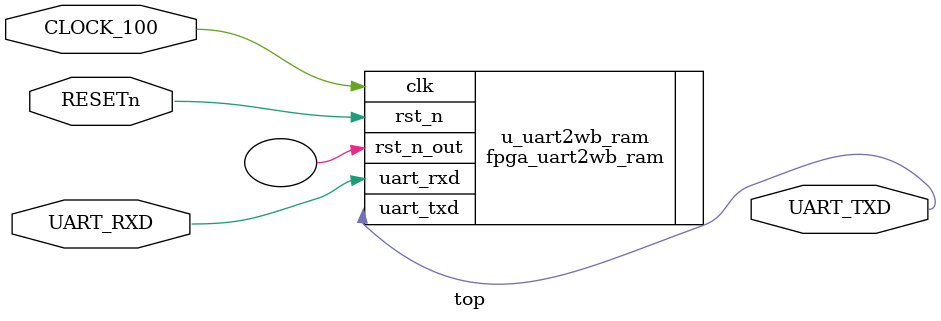
<source format=sv>

module top
(
    input         CLOCK_100,    // 100 MHz
    input         RESETn,       // RESET, low active
    input         UART_RXD,
    output        UART_TXD
);


fpga_uart2wb_ram #(.CLK_FREQ(100))
u_uart2wb_ram (
    .clk      (CLOCK_100),
    .rst_n    (RESETn),
    .rst_n_out(),
    .uart_rxd (UART_RXD),
    .uart_txd (UART_TXD)
);


endmodule

</source>
